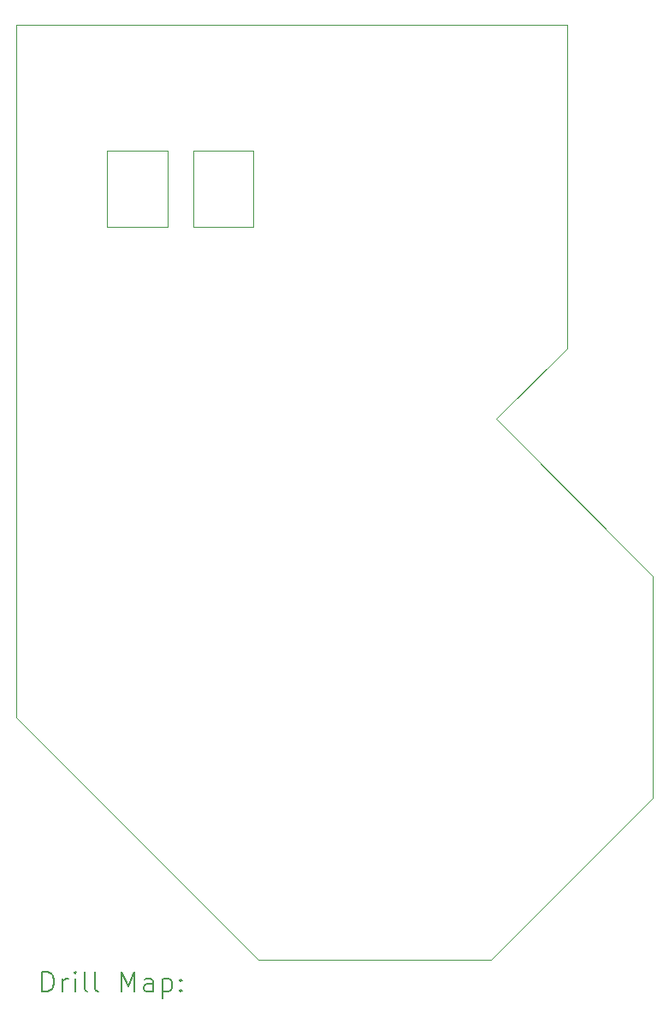
<source format=gbr>
%TF.GenerationSoftware,KiCad,Pcbnew,8.0.7*%
%TF.CreationDate,2025-01-02T14:29:28-06:00*%
%TF.ProjectId,fuckball-bottom,6675636b-6261-46c6-9c2d-626f74746f6d,rev?*%
%TF.SameCoordinates,Original*%
%TF.FileFunction,Drillmap*%
%TF.FilePolarity,Positive*%
%FSLAX45Y45*%
G04 Gerber Fmt 4.5, Leading zero omitted, Abs format (unit mm)*
G04 Created by KiCad (PCBNEW 8.0.7) date 2025-01-02 14:29:28*
%MOMM*%
%LPD*%
G01*
G04 APERTURE LIST*
%ADD10C,0.050000*%
%ADD11C,0.200000*%
G04 APERTURE END LIST*
D10*
X16950000Y-4950000D02*
X17550000Y-4950000D01*
X17550000Y-5700000D01*
X16950000Y-5700000D01*
X16950000Y-4950000D01*
X17800000Y-4950000D02*
X18400000Y-4950000D01*
X18400000Y-5700000D01*
X17800000Y-5700000D01*
X17800000Y-4950000D01*
X21500000Y-6900000D02*
X20800000Y-7600000D01*
X22350000Y-9150000D01*
X22350000Y-11350000D01*
X20750000Y-12950000D01*
X18450000Y-12950000D01*
X16050000Y-10550000D01*
X16050000Y-3700000D01*
X21500000Y-3700000D01*
X21500000Y-6900000D01*
D11*
X16308277Y-13263984D02*
X16308277Y-13063984D01*
X16308277Y-13063984D02*
X16355896Y-13063984D01*
X16355896Y-13063984D02*
X16384467Y-13073508D01*
X16384467Y-13073508D02*
X16403515Y-13092555D01*
X16403515Y-13092555D02*
X16413039Y-13111603D01*
X16413039Y-13111603D02*
X16422562Y-13149698D01*
X16422562Y-13149698D02*
X16422562Y-13178269D01*
X16422562Y-13178269D02*
X16413039Y-13216365D01*
X16413039Y-13216365D02*
X16403515Y-13235412D01*
X16403515Y-13235412D02*
X16384467Y-13254460D01*
X16384467Y-13254460D02*
X16355896Y-13263984D01*
X16355896Y-13263984D02*
X16308277Y-13263984D01*
X16508277Y-13263984D02*
X16508277Y-13130650D01*
X16508277Y-13168746D02*
X16517801Y-13149698D01*
X16517801Y-13149698D02*
X16527324Y-13140174D01*
X16527324Y-13140174D02*
X16546372Y-13130650D01*
X16546372Y-13130650D02*
X16565420Y-13130650D01*
X16632086Y-13263984D02*
X16632086Y-13130650D01*
X16632086Y-13063984D02*
X16622562Y-13073508D01*
X16622562Y-13073508D02*
X16632086Y-13083031D01*
X16632086Y-13083031D02*
X16641610Y-13073508D01*
X16641610Y-13073508D02*
X16632086Y-13063984D01*
X16632086Y-13063984D02*
X16632086Y-13083031D01*
X16755896Y-13263984D02*
X16736848Y-13254460D01*
X16736848Y-13254460D02*
X16727324Y-13235412D01*
X16727324Y-13235412D02*
X16727324Y-13063984D01*
X16860658Y-13263984D02*
X16841610Y-13254460D01*
X16841610Y-13254460D02*
X16832086Y-13235412D01*
X16832086Y-13235412D02*
X16832086Y-13063984D01*
X17089229Y-13263984D02*
X17089229Y-13063984D01*
X17089229Y-13063984D02*
X17155896Y-13206841D01*
X17155896Y-13206841D02*
X17222563Y-13063984D01*
X17222563Y-13063984D02*
X17222563Y-13263984D01*
X17403515Y-13263984D02*
X17403515Y-13159222D01*
X17403515Y-13159222D02*
X17393991Y-13140174D01*
X17393991Y-13140174D02*
X17374944Y-13130650D01*
X17374944Y-13130650D02*
X17336848Y-13130650D01*
X17336848Y-13130650D02*
X17317801Y-13140174D01*
X17403515Y-13254460D02*
X17384467Y-13263984D01*
X17384467Y-13263984D02*
X17336848Y-13263984D01*
X17336848Y-13263984D02*
X17317801Y-13254460D01*
X17317801Y-13254460D02*
X17308277Y-13235412D01*
X17308277Y-13235412D02*
X17308277Y-13216365D01*
X17308277Y-13216365D02*
X17317801Y-13197317D01*
X17317801Y-13197317D02*
X17336848Y-13187793D01*
X17336848Y-13187793D02*
X17384467Y-13187793D01*
X17384467Y-13187793D02*
X17403515Y-13178269D01*
X17498753Y-13130650D02*
X17498753Y-13330650D01*
X17498753Y-13140174D02*
X17517801Y-13130650D01*
X17517801Y-13130650D02*
X17555896Y-13130650D01*
X17555896Y-13130650D02*
X17574944Y-13140174D01*
X17574944Y-13140174D02*
X17584467Y-13149698D01*
X17584467Y-13149698D02*
X17593991Y-13168746D01*
X17593991Y-13168746D02*
X17593991Y-13225888D01*
X17593991Y-13225888D02*
X17584467Y-13244936D01*
X17584467Y-13244936D02*
X17574944Y-13254460D01*
X17574944Y-13254460D02*
X17555896Y-13263984D01*
X17555896Y-13263984D02*
X17517801Y-13263984D01*
X17517801Y-13263984D02*
X17498753Y-13254460D01*
X17679705Y-13244936D02*
X17689229Y-13254460D01*
X17689229Y-13254460D02*
X17679705Y-13263984D01*
X17679705Y-13263984D02*
X17670182Y-13254460D01*
X17670182Y-13254460D02*
X17679705Y-13244936D01*
X17679705Y-13244936D02*
X17679705Y-13263984D01*
X17679705Y-13140174D02*
X17689229Y-13149698D01*
X17689229Y-13149698D02*
X17679705Y-13159222D01*
X17679705Y-13159222D02*
X17670182Y-13149698D01*
X17670182Y-13149698D02*
X17679705Y-13140174D01*
X17679705Y-13140174D02*
X17679705Y-13159222D01*
M02*

</source>
